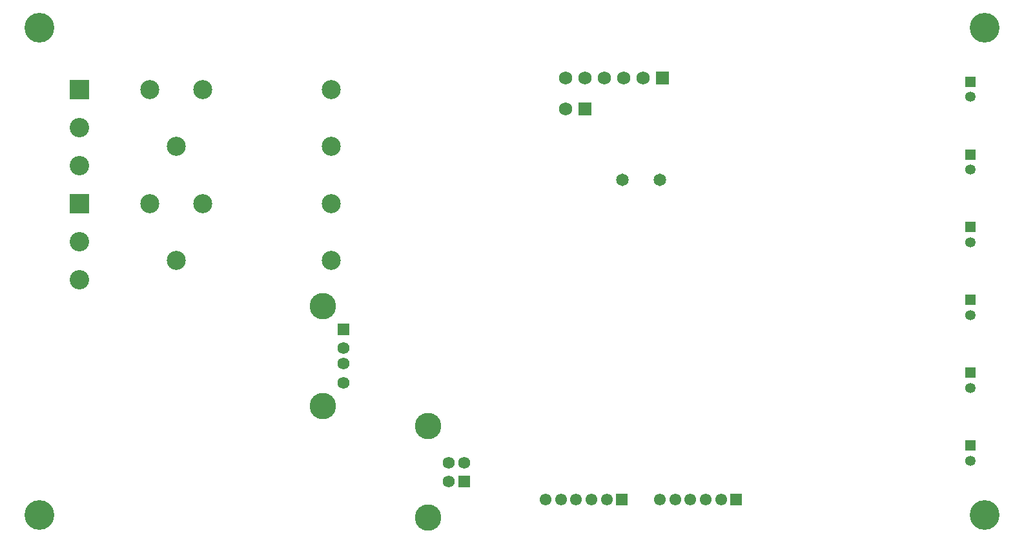
<source format=gbs>
G04*
G04 #@! TF.GenerationSoftware,Altium Limited,Altium Designer,22.10.1 (41)*
G04*
G04 Layer_Color=16711935*
%FSLAX43Y43*%
%MOMM*%
G71*
G04*
G04 #@! TF.SameCoordinates,B95FFBA6-6113-45C9-A07F-A258FB423046*
G04*
G04*
G04 #@! TF.FilePolarity,Negative*
G04*
G01*
G75*
%ADD39C,3.468*%
%ADD40C,1.580*%
%ADD41R,1.580X1.580*%
%ADD42C,1.752*%
%ADD43R,1.752X1.752*%
%ADD44C,2.552*%
%ADD45R,2.552X2.552*%
%ADD46C,2.500*%
%ADD47C,3.900*%
%ADD48R,1.352X1.352*%
%ADD49C,1.352*%
%ADD50C,1.552*%
%ADD51R,1.552X1.552*%
%ADD52C,1.652*%
D39*
X-10989Y-32395D02*
D03*
Y-20355D02*
D03*
X-24842Y-17697D02*
D03*
Y-4557D02*
D03*
D40*
X-8279Y-27625D02*
D03*
Y-25125D02*
D03*
X-6279D02*
D03*
X-22132Y-14627D02*
D03*
Y-12127D02*
D03*
Y-10127D02*
D03*
D41*
X-6279Y-27625D02*
D03*
X-22132Y-7627D02*
D03*
D42*
X6986Y21300D02*
D03*
X6990Y25390D02*
D03*
X9530D02*
D03*
X12070D02*
D03*
X14610D02*
D03*
X17150D02*
D03*
D43*
X9526Y21300D02*
D03*
X19690Y25390D02*
D03*
D44*
X-56759Y3894D02*
D03*
Y-1106D02*
D03*
X-56759Y13894D02*
D03*
Y18894D02*
D03*
D45*
X-56759Y8894D02*
D03*
X-56759Y23894D02*
D03*
D46*
X-47545Y8894D02*
D03*
X-40545D02*
D03*
X-44045Y1394D02*
D03*
X-23745Y8894D02*
D03*
Y1394D02*
D03*
X-23745Y16394D02*
D03*
Y23894D02*
D03*
X-44045Y16394D02*
D03*
X-40545Y23894D02*
D03*
X-47545D02*
D03*
D47*
X62000Y32000D02*
D03*
X-62000Y32000D02*
D03*
X62000Y-32000D02*
D03*
X-62000D02*
D03*
D48*
X60100Y15346D02*
D03*
Y5793D02*
D03*
Y-3761D02*
D03*
Y-13314D02*
D03*
Y24900D02*
D03*
Y-22868D02*
D03*
D49*
Y13346D02*
D03*
Y3793D02*
D03*
Y-5761D02*
D03*
Y-15314D02*
D03*
Y22900D02*
D03*
Y-24868D02*
D03*
D50*
X6400Y-30000D02*
D03*
X8400Y-30000D02*
D03*
X10400D02*
D03*
X12400D02*
D03*
X4400Y-30000D02*
D03*
X21400D02*
D03*
X23400Y-30000D02*
D03*
X25400D02*
D03*
X27400D02*
D03*
X19400Y-30000D02*
D03*
D51*
X14400Y-30000D02*
D03*
X29400D02*
D03*
D52*
X19347Y12000D02*
D03*
X14467D02*
D03*
M02*

</source>
